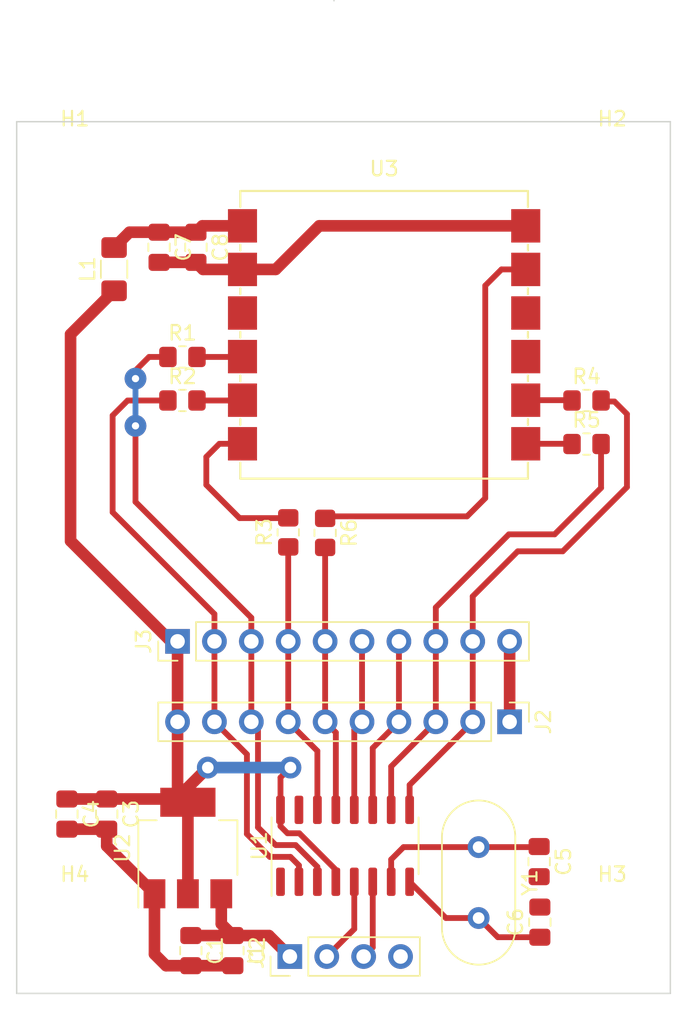
<source format=kicad_pcb>
(kicad_pcb (version 20221018) (generator pcbnew)
  (layers (0 "F.Cu" signal) (31 "B.Cu" signal) (34 "B.Paste" user) (35 "F.Paste" user) (36 "B.SilkS" user "B.Silkscreen") (37 "F.SilkS" user "F.Silkscreen") (38 "B.Mask" user) (39 "F.Mask" user) (44 "Edge.Cuts" user))
  (net 0 "")
  (net 1 "Net-(J1-Pin_1)")
  (net 2 "GND")
  (net 3 "Net-(J2-Pin_10)")
  (net 4 "Net-(U1-XI)")
  (net 5 "Net-(U1-XO)")
  (net 6 "Net-(U3-VCC)")
  (net 7 "Net-(J1-Pin_2)")
  (net 8 "Net-(J1-Pin_3)")
  (net 9 "Net-(J2-Pin_2)")
  (net 10 "Net-(J2-Pin_3)")
  (net 11 "Net-(J2-Pin_4)")
  (net 12 "Net-(J2-Pin_5)")
  (net 13 "Net-(J2-Pin_6)")
  (net 14 "Net-(J2-Pin_7)")
  (net 15 "Net-(J2-Pin_8)")
  (net 16 "Net-(J2-Pin_9)")
  (net 17 "Net-(U3-TX0)")
  (net 18 "Net-(U3-RX0)")
  (net 19 "Net-(U3-ENABLE)")
  (net 20 "Net-(U3-3D-FIX)")
  (net 21 "Net-(U3-1PPS)")
  (net 22 "Net-(U3-NRESET)")
  (footprint "Resistor_SMD:R_0805_2012Metric_Pad1.20x1.40mm_HandSolder" (layer "F.Cu") (at 118.6944 118.266 90)
    (fp_text reference "R3" (at 0 -1.65 90) (layer "F.SilkS"))
    (fp_text value "270")
    (fp_line (start -0.227064 -0.735) (end 0.227064 -0.735) (stroke (width 0.12)) (layer "F.SilkS"))
    (fp_line (start -0.227064 0.735) (end 0.227064 0.735) (stroke (width 0.12)) (layer "F.SilkS"))
    (pad "1" smd roundrect (at -1 0 90) (size 1.2 1.4) (layers "F.Cu" "F.Paste" "F.Mask") (roundrect_rratio 0.208333) (net 14 "Net-(J2-Pin_7)"))
    (pad "2" smd roundrect (at 1 0 90) (size 1.2 1.4) (layers "F.Cu" "F.Paste" "F.Mask") (roundrect_rratio 0.208333) (net 19 "Net-(U3-ENABLE)"))
  )
  (footprint "Capacitor_SMD:C_0805_2012Metric_Pad1.18x1.45mm_HandSolder" (layer "F.Cu") (at 111.9888 147.0536 -90)
    (fp_text reference "C1" (at 0 -1.68 90) (layer "F.SilkS"))
    (fp_text value "100n")
    (fp_line (start -0.261252 -0.735) (end 0.261252 -0.735) (stroke (width 0.12)) (layer "F.SilkS"))
    (fp_line (start -0.261252 0.735) (end 0.261252 0.735) (stroke (width 0.12)) (layer "F.SilkS"))
    (pad "1" smd roundrect (at -1.0375 0 270) (size 1.175 1.45) (layers "F.Cu" "F.Paste" "F.Mask") (roundrect_rratio 0.212766) (net 1 "Net-(J1-Pin_1)"))
    (pad "2" smd roundrect (at 1.0375 0 270) (size 1.175 1.45) (layers "F.Cu" "F.Paste" "F.Mask") (roundrect_rratio 0.212766) (net 2 "GND"))
  )
  (footprint "Resistor_SMD:R_0805_2012Metric_Pad1.20x1.40mm_HandSolder" (layer "F.Cu") (at 139.23 109.1892)
    (fp_text reference "R4" (at 0 -1.65) (layer "F.SilkS"))
    (fp_text value "270")
    (fp_line (start -0.227064 -0.735) (end 0.227064 -0.735) (stroke (width 0.12)) (layer "F.SilkS"))
    (fp_line (start -0.227064 0.735) (end 0.227064 0.735) (stroke (width 0.12)) (layer "F.SilkS"))
    (pad "1" smd roundrect (at -1 0) (size 1.2 1.4) (layers "F.Cu" "F.Paste" "F.Mask") (roundrect_rratio 0.208333) (net 20 "Net-(U3-3D-FIX)"))
    (pad "2" smd roundrect (at 1 0) (size 1.2 1.4) (layers "F.Cu" "F.Paste" "F.Mask") (roundrect_rratio 0.208333) (net 9 "Net-(J2-Pin_2)"))
  )
  (footprint "Resistor_SMD:R_0805_2012Metric_Pad1.20x1.40mm_HandSolder" (layer "F.Cu") (at 139.23 112.1864)
    (fp_text reference "R5" (at 0 -1.65) (layer "F.SilkS"))
    (fp_text value "270")
    (fp_line (start -0.227064 -0.735) (end 0.227064 -0.735) (stroke (width 0.12)) (layer "F.SilkS"))
    (fp_line (start -0.227064 0.735) (end 0.227064 0.735) (stroke (width 0.12)) (layer "F.SilkS"))
    (pad "1" smd roundrect (at -1 0) (size 1.2 1.4) (layers "F.Cu" "F.Paste" "F.Mask") (roundrect_rratio 0.208333) (net 21 "Net-(U3-1PPS)"))
    (pad "2" smd roundrect (at 1 0) (size 1.2 1.4) (layers "F.Cu" "F.Paste" "F.Mask") (roundrect_rratio 0.208333) (net 10 "Net-(J2-Pin_3)"))
  )
  (footprint "Package_TO_SOT_SMD:SOT-223-3_TabPin2" (layer "F.Cu") (at 111.7856 139.9924 90)
    (fp_text reference "U2" (at 0 -4.5 90) (layer "F.SilkS"))
    (fp_text value "AMS1117CS-3.3")
    (fp_line (start -4.1 -3.41) (end 1.91 -3.41) (stroke (width 0.12)) (layer "F.SilkS"))
    (fp_line (start -1.85 3.41) (end 1.91 3.41) (stroke (width 0.12)) (layer "F.SilkS"))
    (fp_line (start 1.91 -3.41) (end 1.91 -2.15) (stroke (width 0.12)) (layer "F.SilkS"))
    (fp_line (start 1.91 3.41) (end 1.91 2.15) (stroke (width 0.12)) (layer "F.SilkS"))
    (pad "1" smd rect (at -3.15 -2.3 90) (size 2 1.5) (layers "F.Cu" "F.Paste" "F.Mask") (net 2 "GND"))
    (pad "2" smd rect (at -3.15 0 90) (size 2 1.5) (layers "F.Cu" "F.Paste" "F.Mask") (net 3 "Net-(J2-Pin_10)"))
    (pad "2" smd rect (at 3.15 0 90) (size 2 3.8) (layers "F.Cu" "F.Paste" "F.Mask") (net 3 "Net-(J2-Pin_10)"))
    (pad "3" smd rect (at -3.15 2.3 90) (size 2 1.5) (layers "F.Cu" "F.Paste" "F.Mask") (net 1 "Net-(J1-Pin_1)"))
  )
  (footprint "Resistor_SMD:R_0805_2012Metric_Pad1.20x1.40mm_HandSolder" (layer "F.Cu") (at 111.4104 109.1892)
    (fp_text reference "R2" (at 0 -1.65) (layer "F.SilkS"))
    (fp_text value "270")
    (fp_line (start -0.227064 -0.735) (end 0.227064 -0.735) (stroke (width 0.12)) (layer "F.SilkS"))
    (fp_line (start -0.227064 0.735) (end 0.227064 0.735) (stroke (width 0.12)) (layer "F.SilkS"))
    (pad "1" smd roundrect (at -1 0) (size 1.2 1.4) (layers "F.Cu" "F.Paste" "F.Mask") (roundrect_rratio 0.208333) (net 16 "Net-(J2-Pin_9)"))
    (pad "2" smd roundrect (at 1 0) (size 1.2 1.4) (layers "F.Cu" "F.Paste" "F.Mask") (roundrect_rratio 0.208333) (net 18 "Net-(U3-RX0)"))
  )
  (footprint "MountingHole:MountingHole_3.2mm_M3" (layer "F.Cu") (at 141 146)
    (fp_text reference "H3" (at 0 -4.2) (layer "F.SilkS"))
    (fp_text value "MountingHole")
    (pad "" np_thru_hole circle (at 0 0) (size 3.2 3.2) (drill 3.2) (layers "*.Cu" "*.Mask"))
  )
  (footprint "Connector_PinHeader_2.54mm:PinHeader_1x10_P2.54mm_Vertical" (layer "F.Cu") (at 133.9344 131.3056 -90)
    (fp_text reference "J2" (at 0 -2.33 90) (layer "F.SilkS"))
    (fp_text value "Conn_01x10")
    (fp_line (start -1.33 -1.33) (end 0 -1.33) (stroke (width 0.12)) (layer "F.SilkS"))
    (fp_line (start -1.33 0) (end -1.33 -1.33) (stroke (width 0.12)) (layer "F.SilkS"))
    (fp_line (start -1.33 1.27) (end -1.33 24.19) (stroke (width 0.12)) (layer "F.SilkS"))
    (fp_line (start -1.33 1.27) (end 1.33 1.27) (stroke (width 0.12)) (layer "F.SilkS"))
    (fp_line (start -1.33 24.19) (end 1.33 24.19) (stroke (width 0.12)) (layer "F.SilkS"))
    (fp_line (start 1.33 1.27) (end 1.33 24.19) (stroke (width 0.12)) (layer "F.SilkS"))
    (pad "1" thru_hole rect (at 0 0 270) (size 1.7 1.7) (drill 1) (layers "*.Cu" "*.Mask") (net 2 "GND"))
    (pad "2" thru_hole oval (at 0 2.54 270) (size 1.7 1.7) (drill 1) (layers "*.Cu" "*.Mask") (net 9 "Net-(J2-Pin_2)"))
    (pad "3" thru_hole oval (at 0 5.08 270) (size 1.7 1.7) (drill 1) (layers "*.Cu" "*.Mask") (net 10 "Net-(J2-Pin_3)"))
    (pad "4" thru_hole oval (at 0 7.62 270) (size 1.7 1.7) (drill 1) (layers "*.Cu" "*.Mask") (net 11 "Net-(J2-Pin_4)"))
    (pad "5" thru_hole oval (at 0 10.16 270) (size 1.7 1.7) (drill 1) (layers "*.Cu" "*.Mask") (net 12 "Net-(J2-Pin_5)"))
    (pad "6" thru_hole oval (at 0 12.7 270) (size 1.7 1.7) (drill 1) (layers "*.Cu" "*.Mask") (net 13 "Net-(J2-Pin_6)"))
    (pad "7" thru_hole oval (at 0 15.24 270) (size 1.7 1.7) (drill 1) (layers "*.Cu" "*.Mask") (net 14 "Net-(J2-Pin_7)"))
    (pad "8" thru_hole oval (at 0 17.78 270) (size 1.7 1.7) (drill 1) (layers "*.Cu" "*.Mask") (net 15 "Net-(J2-Pin_8)"))
    (pad "9" thru_hole oval (at 0 20.32 270) (size 1.7 1.7) (drill 1) (layers "*.Cu" "*.Mask") (net 16 "Net-(J2-Pin_9)"))
    (pad "10" thru_hole oval (at 0 22.86 270) (size 1.7 1.7) (drill 1) (layers "*.Cu" "*.Mask") (net 3 "Net-(J2-Pin_10)"))
  )
  (footprint "Resistor_SMD:R_0805_2012Metric_Pad1.20x1.40mm_HandSolder" (layer "F.Cu") (at 121.2344 118.3008 -90)
    (fp_text reference "R6" (at 0 -1.65 90) (layer "F.SilkS"))
    (fp_text value "270")
    (fp_line (start -0.227064 -0.735) (end 0.227064 -0.735) (stroke (width 0.12)) (layer "F.SilkS"))
    (fp_line (start -0.227064 0.735) (end 0.227064 0.735) (stroke (width 0.12)) (layer "F.SilkS"))
    (pad "1" smd roundrect (at -1 0 270) (size 1.2 1.4) (layers "F.Cu" "F.Paste" "F.Mask") (roundrect_rratio 0.208333) (net 22 "Net-(U3-NRESET)"))
    (pad "2" smd roundrect (at 1 0 270) (size 1.2 1.4) (layers "F.Cu" "F.Paste" "F.Mask") (roundrect_rratio 0.208333) (net 13 "Net-(J2-Pin_6)"))
  )
  (footprint "MountingHole:MountingHole_3.2mm_M3" (layer "F.Cu") (at 104 94)
    (fp_text reference "H1" (at 0 -4.2) (layer "F.SilkS"))
    (fp_text value "MountingHole")
    (pad "" np_thru_hole circle (at 0 0) (size 3.2 3.2) (drill 3.2) (layers "*.Cu" "*.Mask"))
  )
  (footprint "Capacitor_SMD:C_0805_2012Metric_Pad1.18x1.45mm_HandSolder" (layer "F.Cu") (at 114.8844 147.0536 -90)
    (fp_text reference "C2" (at 0 -1.68 90) (layer "F.SilkS"))
    (fp_text value "10u")
    (fp_line (start -0.261252 -0.735) (end 0.261252 -0.735) (stroke (width 0.12)) (layer "F.SilkS"))
    (fp_line (start -0.261252 0.735) (end 0.261252 0.735) (stroke (width 0.12)) (layer "F.SilkS"))
    (pad "1" smd roundrect (at -1.0375 0 270) (size 1.175 1.45) (layers "F.Cu" "F.Paste" "F.Mask") (roundrect_rratio 0.212766) (net 1 "Net-(J1-Pin_1)"))
    (pad "2" smd roundrect (at 1.0375 0 270) (size 1.175 1.45) (layers "F.Cu" "F.Paste" "F.Mask") (roundrect_rratio 0.212766) (net 2 "GND"))
  )
  (footprint "Crystal:Crystal_HC49-U_Vertical" (layer "F.Cu") (at 131.8008 139.93 -90)
    (fp_text reference "Y1" (at 2.44 -3.525 90) (layer "F.SilkS"))
    (fp_text value "Crystal")
    (fp_line (start -0.685 -2.525) (end 5.565 -2.525) (stroke (width 0.12)) (layer "F.SilkS"))
    (fp_line (start -0.685 2.525) (end 5.565 2.525) (stroke (width 0.12)) (layer "F.SilkS"))
    (fp_arc (start -0.685 2.525) (mid -3.21 0) (end -0.685 -2.525) (stroke (width 0.12)) (layer "F.SilkS"))
    (fp_arc (start 5.565 -2.525) (mid 8.09 0) (end 5.565 2.525) (stroke (width 0.12)) (layer "F.SilkS"))
    (pad "1" thru_hole circle (at 0 0 270) (size 1.5 1.5) (drill 0.8) (layers "*.Cu" "*.Mask") (net 4 "Net-(U1-XI)"))
    (pad "2" thru_hole circle (at 4.88 0 270) (size 1.5 1.5) (drill 0.8) (layers "*.Cu" "*.Mask") (net 5 "Net-(U1-XO)"))
  )
  (footprint "Zombie_foot:Gms-g9_GNSS_Module" (layer "F.Cu") (at 125.2948 104.668)
    (fp_text reference "U3" (at 0 -11.43) (layer "F.SilkS"))
    (fp_text value "Gms-g9_GNSS_Module")
    (fp_line (start -9.9 -9.9) (end -9.9 -8.8) (stroke (width 0.15)) (layer "F.SilkS"))
    (fp_line (start -9.9 -5.8) (end -9.9 -6.2) (stroke (width 0.15)) (layer "F.SilkS"))
    (fp_line (start -9.9 -2.8) (end -9.9 -3.2) (stroke (width 0.15)) (layer "F.SilkS"))
    (fp_line (start -9.9 0.2) (end -9.9 -0.2) (stroke (width 0.15)) (layer "F.SilkS"))
    (fp_line (start -9.9 2.8) (end -9.9 3.2) (stroke (width 0.15)) (layer "F.SilkS"))
    (fp_line (start -9.9 5.8) (end -9.9 6.2) (stroke (width 0.15)) (layer "F.SilkS"))
    (fp_line (start -9.9 8.8) (end -9.9 9.9) (stroke (width 0.15)) (layer "F.SilkS"))
    (fp_line (start -9.9 9.9) (end 9.9 9.9) (stroke (width 0.15)) (layer "F.SilkS"))
    (fp_line (start 9.9 -9.9) (end -9.9 -9.9) (stroke (width 0.15)) (layer "F.SilkS"))
    (fp_line (start 9.9 -8.8) (end 9.9 -9.9) (stroke (width 0.15)) (layer "F.SilkS"))
    (fp_line (start 9.9 -6.2) (end 9.9 -5.8) (stroke (width 0.15)) (layer "F.SilkS"))
    (fp_line (start 9.9 -3.2) (end 9.9 -2.8) (stroke (width 0.15)) (layer "F.SilkS"))
    (fp_line (start 9.9 -0.2) (end 9.9 0.2) (stroke (width 0.15)) (layer "F.SilkS"))
    (fp_line (start 9.9 2.8) (end 9.9 3.2) (stroke (width 0.15)) (layer "F.SilkS"))
    (fp_line (start 9.9 5.8) (end 9.9 6.2) (stroke (width 0.15)) (layer "F.SilkS"))
    (fp_line (start 9.9 9.9) (end 9.9 8.8) (stroke (width 0.15)) (layer "F.SilkS"))
    (pad "" np_thru_hole circle (at 0.85 -0.9) (size 3 3) (drill 3) (layers "*.Cu" "*.Mask"))
    (pad "1" smd rect (at -9.75 -7.5) (size 2 2.3) (layers "F.Cu" "F.Paste" "F.Mask") (net 6 "Net-(U3-VCC)"))
    (pad "2" smd rect (at -9.75 -4.5) (size 2 2.3) (layers "F.Cu" "F.Paste" "F.Mask") (net 2 "GND"))
    (pad "3" smd rect (at -9.75 -1.5) (size 2 2.3) (layers "F.Cu" "F.Paste" "F.Mask"))
    (pad "4" smd rect (at -9.75 1.5) (size 2 2.3) (layers "F.Cu" "F.Paste" "F.Mask") (net 17 "Net-(U3-TX0)"))
    (pad "5" smd rect (at -9.75 4.5) (size 2 2.3) (layers "F.Cu" "F.Paste" "F.Mask") (net 18 "Net-(U3-RX0)"))
    (pad "6" smd rect (at -9.75 7.5) (size 2 2.3) (layers "F.Cu" "F.Paste" "F.Mask") (net 19 "Net-(U3-ENABLE)"))
    (pad "7" smd rect (at 9.75 7.5) (size 2 2.3) (layers "F.Cu" "F.Paste" "F.Mask") (net 21 "Net-(U3-1PPS)"))
    (pad "8" smd rect (at 9.75 4.5) (size 2 2.3) (layers "F.Cu" "F.Paste" "F.Mask") (net 20 "Net-(U3-3D-FIX)"))
    (pad "9" smd rect (at 9.75 1.5) (size 2 2.3) (layers "F.Cu" "F.Paste" "F.Mask"))
    (pad "10" smd rect (at 9.75 -1.5) (size 2 2.3) (layers "F.Cu" "F.Paste" "F.Mask"))
    (pad "11" smd rect (at 9.75 -4.5) (size 2 2.3) (layers "F.Cu" "F.Paste" "F.Mask") (net 22 "Net-(U3-NRESET)"))
    (pad "12" smd rect (at 9.75 -7.5) (size 2 2.3) (layers "F.Cu" "F.Paste" "F.Mask") (net 2 "GND"))
  )
  (footprint "Capacitor_SMD:C_0805_2012Metric_Pad1.18x1.45mm_HandSolder" (layer "F.Cu") (at 136.0172 145.0939 90)
    (fp_text reference "C6" (at 0 -1.68 90) (layer "F.SilkS"))
    (fp_text value "49p")
    (fp_line (start -0.261252 -0.735) (end 0.261252 -0.735) (stroke (width 0.12)) (layer "F.SilkS"))
    (fp_line (start -0.261252 0.735) (end 0.261252 0.735) (stroke (width 0.12)) (layer "F.SilkS"))
    (pad "1" smd roundrect (at -1.0375 0 90) (size 1.175 1.45) (layers "F.Cu" "F.Paste" "F.Mask") (roundrect_rratio 0.212766) (net 5 "Net-(U1-XO)"))
    (pad "2" smd roundrect (at 1.0375 0 90) (size 1.175 1.45) (layers "F.Cu" "F.Paste" "F.Mask") (roundrect_rratio 0.212766) (net 2 "GND"))
  )
  (footprint "Resistor_SMD:R_0805_2012Metric_Pad1.20x1.40mm_HandSolder" (layer "F.Cu") (at 111.4104 106.192)
    (fp_text reference "R1" (at 0 -1.65) (layer "F.SilkS"))
    (fp_text value "270")
    (fp_line (start -0.227064 -0.735) (end 0.227064 -0.735) (stroke (width 0.12)) (layer "F.SilkS"))
    (fp_line (start -0.227064 0.735) (end 0.227064 0.735) (stroke (width 0.12)) (layer "F.SilkS"))
    (pad "1" smd roundrect (at -1 0) (size 1.2 1.4) (layers "F.Cu" "F.Paste" "F.Mask") (roundrect_rratio 0.208333) (net 15 "Net-(J2-Pin_8)"))
    (pad "2" smd roundrect (at 1 0) (size 1.2 1.4) (layers "F.Cu" "F.Paste" "F.Mask") (roundrect_rratio 0.208333) (net 17 "Net-(U3-TX0)"))
  )
  (footprint "Inductor_SMD:L_1206_3216Metric_Pad1.42x1.75mm_HandSolder" (layer "F.Cu") (at 106.7056 100.1509 90)
    (fp_text reference "L1" (at 0 -1.82 90) (layer "F.SilkS"))
    (fp_text value "L")
    (fp_line (start -0.602064 -0.91) (end 0.602064 -0.91) (stroke (width 0.12)) (layer "F.SilkS"))
    (fp_line (start -0.602064 0.91) (end 0.602064 0.91) (stroke (width 0.12)) (layer "F.SilkS"))
    (pad "1" smd roundrect (at -1.4875 0 90) (size 1.425 1.75) (layers "F.Cu" "F.Paste" "F.Mask") (roundrect_rratio 0.175439) (net 3 "Net-(J2-Pin_10)"))
    (pad "2" smd roundrect (at 1.4875 0 90) (size 1.425 1.75) (layers "F.Cu" "F.Paste" "F.Mask") (roundrect_rratio 0.175439) (net 6 "Net-(U3-VCC)"))
  )
  (footprint "MountingHole:MountingHole_3.2mm_M3" (layer "F.Cu") (at 141 94)
    (fp_text reference "H2" (at 0 -4.2) (layer "F.SilkS"))
    (fp_text value "MountingHole")
    (pad "" np_thru_hole circle (at 0 0) (size 3.2 3.2) (drill 3.2) (layers "*.Cu" "*.Mask"))
  )
  (footprint "Package_SO:SOIC-16_3.9x9.9mm_P1.27mm" (layer "F.Cu") (at 122.606 139.84 90)
    (fp_text reference "U1" (at 0 -5.9 90) (layer "F.SilkS"))
    (fp_text value "CH340G")
    (fp_line (start 0 -5.06) (end -3.45 -5.06) (stroke (width 0.12)) (layer "F.SilkS"))
    (fp_line (start 0 -5.06) (end 1.95 -5.06) (stroke (width 0.12)) (layer "F.SilkS"))
    (fp_line (start 0 5.06) (end -1.95 5.06) (stroke (width 0.12)) (layer "F.SilkS"))
    (fp_line (start 0 5.06) (end 1.95 5.06) (stroke (width 0.12)) (layer "F.SilkS"))
    (pad "1" smd roundrect (at -2.475 -4.445 90) (size 1.95 0.6) (layers "F.Cu" "F.Paste" "F.Mask") (net 2 "GND"))
    (pad "2" smd roundrect (at -2.475 -3.175 90) (size 1.95 0.6) (layers "F.Cu" "F.Paste" "F.Mask") (net 16 "Net-(J2-Pin_9)"))
    (pad "3" smd roundrect (at -2.475 -1.905 90) (size 1.95 0.6) (layers "F.Cu" "F.Paste" "F.Mask") (net 15 "Net-(J2-Pin_8)"))
    (pad "4" smd roundrect (at -2.475 -0.635 90) (size 1.95 0.6) (layers "F.Cu" "F.Paste" "F.Mask") (net 3 "Net-(J2-Pin_10)"))
    (pad "5" smd roundrect (at -2.475 0.635 90) (size 1.95 0.6) (layers "F.Cu" "F.Paste" "F.Mask") (net 7 "Net-(J1-Pin_2)"))
    (pad "6" smd roundrect (at -2.475 1.905 90) (size 1.95 0.6) (layers "F.Cu" "F.Paste" "F.Mask") (net 8 "Net-(J1-Pin_3)"))
    (pad "7" smd roundrect (at -2.475 3.175 90) (size 1.95 0.6) (layers "F.Cu" "F.Paste" "F.Mask") (net 4 "Net-(U1-XI)"))
    (pad "8" smd roundrect (at -2.475 4.445 90) (size 1.95 0.6) (layers "F.Cu" "F.Paste" "F.Mask") (net 5 "Net-(U1-XO)"))
    (pad "9" smd roundrect (at 2.475 4.445 90) (size 1.95 0.6) (layers "F.Cu" "F.Paste" "F.Mask") (net 9 "Net-(J2-Pin_2)"))
    (pad "10" smd roundrect (at 2.475 3.175 90) (size 1.95 0.6) (layers "F.Cu" "F.Paste" "F.Mask") (net 10 "Net-(J2-Pin_3)"))
    (pad "11" smd roundrect (at 2.475 1.905 90) (size 1.95 0.6) (layers "F.Cu" "F.Paste" "F.Mask") (net 11 "Net-(J2-Pin_4)"))
    (pad "12" smd roundrect (at 2.475 0.635 90) (size 1.95 0.6) (layers "F.Cu" "F.Paste" "F.Mask") (net 12 "Net-(J2-Pin_5)"))
    (pad "13" smd roundrect (at 2.475 -0.635 90) (size 1.95 0.6) (layers "F.Cu" "F.Paste" "F.Mask") (net 13 "Net-(J2-Pin_6)"))
    (pad "14" smd roundrect (at 2.475 -1.905 90) (size 1.95 0.6) (layers "F.Cu" "F.Paste" "F.Mask") (net 14 "Net-(J2-Pin_7)"))
    (pad "15" smd roundrect (at 2.475 -3.175 90) (size 1.95 0.6) (layers "F.Cu" "F.Paste" "F.Mask"))
    (pad "16" smd roundrect (at 2.475 -4.445 90) (size 1.95 0.6) (layers "F.Cu" "F.Paste" "F.Mask") (net 3 "Net-(J2-Pin_10)"))
  )
  (footprint "Capacitor_SMD:C_0805_2012Metric_Pad1.18x1.45mm_HandSolder" (layer "F.Cu") (at 112.3408 98.6443 -90)
    (fp_text reference "C8" (at 0 -1.68 90) (layer "F.SilkS"))
    (fp_text value "100n")
    (fp_line (start -0.261252 -0.735) (end 0.261252 -0.735) (stroke (width 0.12)) (layer "F.SilkS"))
    (fp_line (start -0.261252 0.735) (end 0.261252 0.735) (stroke (width 0.12)) (layer "F.SilkS"))
    (pad "1" smd roundrect (at -1.0375 0 270) (size 1.175 1.45) (layers "F.Cu" "F.Paste" "F.Mask") (roundrect_rratio 0.212766) (net 6 "Net-(U3-VCC)"))
    (pad "2" smd roundrect (at 1.0375 0 270) (size 1.175 1.45) (layers "F.Cu" "F.Paste" "F.Mask") (roundrect_rratio 0.212766) (net 2 "GND"))
  )
  (footprint "MountingHole:MountingHole_3.2mm_M3" (layer "F.Cu") (at 104 146)
    (fp_text reference "H4" (at 0 -4.2) (layer "F.SilkS"))
    (fp_text value "MountingHole")
    (pad "" np_thru_hole circle (at 0 0) (size 3.2 3.2) (drill 3.2) (layers "*.Cu" "*.Mask"))
  )
  (footprint "Capacitor_SMD:C_0805_2012Metric_Pad1.18x1.45mm_HandSolder" (layer "F.Cu") (at 103.4544 137.6556 -90)
    (fp_text reference "C4" (at 0 -1.68 90) (layer "F.SilkS"))
    (fp_text value "100n")
    (fp_line (start -0.261252 -0.735) (end 0.261252 -0.735) (stroke (width 0.12)) (layer "F.SilkS"))
    (fp_line (start -0.261252 0.735) (end 0.261252 0.735) (stroke (width 0.12)) (layer "F.SilkS"))
    (pad "1" smd roundrect (at -1.0375 0 270) (size 1.175 1.45) (layers "F.Cu" "F.Paste" "F.Mask") (roundrect_rratio 0.212766) (net 3 "Net-(J2-Pin_10)"))
    (pad "2" smd roundrect (at 1.0375 0 270) (size 1.175 1.45) (layers "F.Cu" "F.Paste" "F.Mask") (roundrect_rratio 0.212766) (net 2 "GND"))
  )
  (footprint "Capacitor_SMD:C_0805_2012Metric_Pad1.18x1.45mm_HandSolder" (layer "F.Cu") (at 109.8008 98.6443 -90)
    (fp_text reference "C7" (at 0 -1.68 90) (layer "F.SilkS"))
    (fp_text value "1u")
    (fp_line (start -0.261252 -0.735) (end 0.261252 -0.735) (stroke (width 0.12)) (layer "F.SilkS"))
    (fp_line (start -0.261252 0.735) (end 0.261252 0.735) (stroke (width 0.12)) (layer "F.SilkS"))
    (pad "1" smd roundrect (at -1.0375 0 270) (size 1.175 1.45) (layers "F.Cu" "F.Paste" "F.Mask") (roundrect_rratio 0.212766) (net 6 "Net-(U3-VCC)"))
    (pad "2" smd roundrect (at 1.0375 0 270) (size 1.175 1.45) (layers "F.Cu" "F.Paste" "F.Mask") (roundrect_rratio 0.212766) (net 2 "GND"))
  )
  (footprint "Capacitor_SMD:C_0805_2012Metric_Pad1.18x1.45mm_HandSolder" (layer "F.Cu") (at 135.9664 140.9283 -90)
    (fp_text reference "C5" (at 0 -1.68 90) (layer "F.SilkS"))
    (fp_text value "47p")
    (fp_line (start -0.261252 -0.735) (end 0.261252 -0.735) (stroke (width 0.12)) (layer "F.SilkS"))
    (fp_line (start -0.261252 0.735) (end 0.261252 0.735) (stroke (width 0.12)) (layer "F.SilkS"))
    (pad "1" smd roundrect (at -1.0375 0 270) (size 1.175 1.45) (layers "F.Cu" "F.Paste" "F.Mask") (roundrect_rratio 0.212766) (net 4 "Net-(U1-XI)"))
    (pad "2" smd roundrect (at 1.0375 0 270) (size 1.175 1.45) (layers "F.Cu" "F.Paste" "F.Mask") (roundrect_rratio 0.212766) (net 2 "GND"))
  )
  (footprint "Connector_PinHeader_2.54mm:PinHeader_1x10_P2.54mm_Vertical" (layer "F.Cu") (at 111.0744 125.7684 90)
    (fp_text reference "J3" (at 0 -2.33 90) (layer "F.SilkS"))
    (fp_text value "Conn_01x10")
    (fp_line (start -1.33 -1.33) (end 0 -1.33) (stroke (width 0.12)) (layer "F.SilkS"))
    (fp_line (start -1.33 0) (end -1.33 -1.33) (stroke (width 0.12)) (layer "F.SilkS"))
    (fp_line (start -1.33 1.27) (end -1.33 24.19) (stroke (width 0.12)) (layer "F.SilkS"))
    (fp_line (start -1.33 1.27) (end 1.33 1.27) (stroke (width 0.12)) (layer "F.SilkS"))
    (fp_line (start -1.33 24.19) (end 1.33 24.19) (stroke (width 0.12)) (layer "F.SilkS"))
    (fp_line (start 1.33 1.27) (end 1.33 24.19) (stroke (width 0.12)) (layer "F.SilkS"))
    (pad "1" thru_hole rect (at 0 0 90) (size 1.7 1.7) (drill 1) (layers "*.Cu" "*.Mask") (net 3 "Net-(J2-Pin_10)"))
    (pad "2" thru_hole oval (at 0 2.54 90) (size 1.7 1.7) (drill 1) (layers "*.Cu" "*.Mask") (net 16 "Net-(J2-Pin_9)"))
    (pad "3" thru_hole oval (at 0 5.08 90) (size 1.7 1.7) (drill 1) (layers "*.Cu" "*.Mask") (net 15 "Net-(J2-Pin_8)"))
    (pad "4" thru_hole oval (at 0 7.62 90) (size 1.7 1.7) (drill 1) (layers "*.Cu" "*.Mask") (net 14 "Net-(J2-Pin_7)"))
    (pad "5" thru_hole oval (at 0 10.16 90) (size 1.7 1.7) (drill 1) (layers "*.Cu" "*.Mask") (net 13 "Net-(J2-Pin_6)"))
    (pad "6" thru_hole oval (at 0 12.7 90) (size 1.7 1.7) (drill 1) (layers "*.Cu" "*.Mask") (net 12 "Net-(J2-Pin_5)"))
    (pad "7" thru_hole oval (at 0 15.24 90) (size 1.7 1.7) (drill 1) (layers "*.Cu" "*.Mask") (net 11 "Net-(J2-Pin_4)"))
    (pad "8" thru_hole oval (at 0 17.78 90) (size 1.7 1.7) (drill 1) (layers "*.Cu" "*.Mask") (net 10 "Net-(J2-Pin_3)"))
    (pad "9" thru_hole oval (at 0 20.32 90) (size 1.7 1.7) (drill 1) (layers "*.Cu" "*.Mask") (net 9 "Net-(J2-Pin_2)"))
    (pad "10" thru_hole oval (at 0 22.86 90) (size 1.7 1.7) (drill 1) (layers "*.Cu" "*.Mask") (net 2 "GND"))
  )
  (footprint "Capacitor_SMD:C_0805_2012Metric_Pad1.18x1.45mm_HandSolder" (layer "F.Cu") (at 106.1976 137.6556 -90)
    (fp_text reference "C3" (at 0 -1.68 90) (layer "F.SilkS"))
    (fp_text value "10u")
    (fp_line (start -0.261252 -0.735) (end 0.261252 -0.735) (stroke (width 0.12)) (layer "F.SilkS"))
    (fp_line (start -0.261252 0.735) (end 0.261252 0.735) (stroke (width 0.12)) (layer "F.SilkS"))
    (pad "1" smd roundrect (at -1.0375 0 270) (size 1.175 1.45) (layers "F.Cu" "F.Paste" "F.Mask") (roundrect_rratio 0.212766) (net 3 "Net-(J2-Pin_10)"))
    (pad "2" smd roundrect (at 1.0375 0 270) (size 1.175 1.45) (layers "F.Cu" "F.Paste" "F.Mask") (roundrect_rratio 0.212766) (net 2 "GND"))
  )
  (footprint "Connector_PinHeader_2.54mm:PinHeader_1x04_P2.54mm_Vertical" (layer "F.Cu") (at 118.806 147.46 90)
    (fp_text reference "J1" (at 0 -2.33 90) (layer "F.SilkS"))
    (fp_text value "Conn_01x04")
    (fp_line (start -1.33 -1.33) (end 0 -1.33) (stroke (width 0.12)) (layer "F.SilkS"))
    (fp_line (start -1.33 0) (end -1.33 -1.33) (stroke (width 0.12)) (layer "F.SilkS"))
    (fp_line (start -1.33 1.27) (end -1.33 8.95) (stroke (width 0.12)) (layer "F.SilkS"))
    (fp_line (start -1.33 1.27) (end 1.33 1.27) (stroke (width 0.12)) (layer "F.SilkS"))
    (fp_line (start -1.33 8.95) (end 1.33 8.95) (stroke (width 0.12)) (layer "F.SilkS"))
    (fp_line (start 1.33 1.27) (end 1.33 8.95) (stroke (width 0.12)) (layer "F.SilkS"))
    (pad "1" thru_hole rect (at 0 0 90) (size 1.7 1.7) (drill 1) (layers "*.Cu" "*.Mask") (net 1 "Net-(J1-Pin_1)"))
    (pad "2" thru_hole oval (at 0 2.54 90) (size 1.7 1.7) (drill 1) (layers "*.Cu" "*.Mask") (net 7 "Net-(J1-Pin_2)"))
    (pad "3" thru_hole oval (at 0 5.08 90) (size 1.7 1.7) (drill 1) (layers "*.Cu" "*.Mask") (net 8 "Net-(J1-Pin_3)"))
    (pad "4" thru_hole oval (at 0 7.62 90) (size 1.7 1.7) (drill 1) (layers "*.Cu" "*.Mask") (net 2 "GND"))
  )
  (gr_line (start 121.844 81.674) (end 121.844 81.674) (stroke (width 0.1)) (layer "Edge.Cuts"))
  (gr_line (start 145 90) (end 100 90) (stroke (width 0.1)) (layer "Edge.Cuts"))
  (gr_line (start 145 150) (end 145 90) (stroke (width 0.1)) (layer "Edge.Cuts"))
  (gr_line (start 100 90) (end 100 150) (stroke (width 0.1)) (layer "Edge.Cuts"))
  (gr_line (start 100 150) (end 145 150) (stroke (width 0.1)) (layer "Edge.Cuts"))
  (segment (start 117.3621 146.0161) (end 114.8844 146.0161) (width 0.8) (layer "F.Cu") (net 1))
  (segment (start 114.0856 145.2173) (end 114.8844 146.0161) (width 0.8) (layer "F.Cu") (net 1))
  (segment (start 114.8844 146.0161) (end 111.9888 146.0161) (width 0.8) (layer "F.Cu") (net 1))
  (segment (start 114.0856 143.1424) (end 114.0856 145.2173) (width 0.8) (layer "F.Cu") (net 1))
  (segment (start 118.806 147.46) (end 117.3621 146.0161) (width 0.8) (layer "F.Cu") (net 1))
  (segment (start 112.827 100.168) (end 112.3408 99.6818) (width 0.8) (layer "F.Cu") (net 2))
  (segment (start 135.0448 97.168) (end 120.828 97.168) (width 0.8) (layer "F.Cu") (net 2))
  (segment (start 103.4544 138.6931) (end 106.1976 138.6931) (width 0.8) (layer "F.Cu") (net 2))
  (segment (start 112.3408 99.6818) (end 109.8008 99.6818) (width 0.8) (layer "F.Cu") (net 2))
  (segment (start 106.1976 139.8544) (end 109.4856 143.1424) (width 0.8) (layer "F.Cu") (net 2))
  (segment (start 115.5448 100.168) (end 112.827 100.168) (width 0.8) (layer "F.Cu") (net 2))
  (segment (start 110.2831 148.0911) (end 111.9888 148.0911) (width 0.8) (layer "F.Cu") (net 2))
  (segment (start 106.1976 138.6931) (end 106.1976 139.8544) (width 0.8) (layer "F.Cu") (net 2))
  (segment (start 114.8844 148.0911) (end 111.9888 148.0911) (width 0.8) (layer "F.Cu") (net 2))
  (segment (start 120.828 97.168) (end 117.828 100.168) (width 0.8) (layer "F.Cu") (net 2))
  (segment (start 109.4856 147.2936) (end 110.2831 148.0911) (width 0.8) (layer "F.Cu") (net 2))
  (segment (start 109.4856 143.1424) (end 109.4856 147.2936) (width 0.8) (layer "F.Cu") (net 2))
  (segment (start 133.9344 131.3056) (end 133.9344 125.7684) (width 0.8) (layer "F.Cu") (net 2))
  (segment (start 117.828 100.168) (end 115.5448 100.168) (width 0.8) (layer "F.Cu") (net 2))
  (segment (start 121.971 141.491) (end 121.971 142.315) (width 0.4) (layer "F.Cu") (net 3))
  (segment (start 111.0744 131.3056) (end 111.0744 125.7684) (width 0.8) (layer "F.Cu") (net 3))
  (segment (start 118.161 138.4938) (end 118.6436 138.9764) (width 0.4) (layer "F.Cu") (net 3))
  (segment (start 111.0744 136.1312) (end 111.0744 131.3056) (width 0.8) (layer "F.Cu") (net 3))
  (segment (start 106.1976 136.6181) (end 111.5613 136.6181) (width 0.8) (layer "F.Cu") (net 3))
  (segment (start 111.5613 136.6181) (end 111.7856 136.8424) (width 0.8) (layer "F.Cu") (net 3))
  (segment (start 111.7856 135.8268) (end 113.1572 134.4552) (width 0.8) (layer "F.Cu") (net 3))
  (segment (start 111.7856 136.8424) (end 111.0744 136.1312) (width 0.8) (layer "F.Cu") (net 3))
  (segment (start 118.8468 134.4552) (end 118.161 135.141) (width 0.4) (layer "F.Cu") (net 3))
  (segment (start 110.6172 125.7684) (end 111.0744 125.7684) (width 0.8) (layer "F.Cu") (net 3))
  (segment (start 119.4564 138.9764) (end 121.971 141.491) (width 0.4) (layer "F.Cu") (net 3))
  (segment (start 118.161 137.365) (end 118.161 138.4938) (width 0.4) (layer "F.Cu") (net 3))
  (segment (start 111.7856 143.1424) (end 111.7856 136.8424) (width 0.8) (layer "F.Cu") (net 3))
  (segment (start 103.7084 118.8596) (end 110.6172 125.7684) (width 0.8) (layer "F.Cu") (net 3))
  (segment (start 106.7056 101.6384) (end 103.7084 104.6356) (width 0.8) (layer "F.Cu") (net 3))
  (segment (start 118.6436 138.9764) (end 119.4564 138.9764) (width 0.4) (layer "F.Cu") (net 3))
  (segment (start 103.4544 136.6181) (end 106.1976 136.6181) (width 0.8) (layer "F.Cu") (net 3))
  (segment (start 103.7084 104.6356) (end 103.7084 118.8596) (width 0.8) (layer "F.Cu") (net 3))
  (segment (start 111.7856 136.8424) (end 111.7856 135.8268) (width 0.8) (layer "F.Cu") (net 3))
  (segment (start 118.161 135.141) (end 118.161 137.365) (width 0.4) (layer "F.Cu") (net 3))
  (via (at 113.1572 134.4552) (size 1.5) (drill 0.8) (layers "F.Cu" "B.Cu") (net 3))
  (via (at 118.8468 134.4552) (size 1.5) (drill 0.8) (layers "F.Cu" "B.Cu") (net 3))
  (segment (start 113.1572 134.4552) (end 118.8468 134.4552) (width 0.8) (layer "B.Cu") (net 3))
  (segment (start 135.9272 139.93) (end 135.9664 139.8908) (width 0.4) (layer "F.Cu") (net 4))
  (segment (start 125.781 142.315) (end 125.781 140.7798) (width 0.4) (layer "F.Cu") (net 4))
  (segment (start 126.6308 139.93) (end 131.8008 139.93) (width 0.4) (layer "F.Cu") (net 4))
  (segment (start 131.8008 139.93) (end 135.9272 139.93) (width 0.4) (layer "F.Cu") (net 4))
  (segment (start 125.781 140.7798) (end 126.6308 139.93) (width 0.4) (layer "F.Cu") (net 4))
  (segment (start 133.1222 146.1314) (end 136.0172 146.1314) (width 0.4) (layer "F.Cu") (net 5))
  (segment (start 129.546 144.81) (end 131.8008 144.81) (width 0.4) (layer "F.Cu") (net 5))
  (segment (start 127.051 142.315) (end 129.546 144.81) (width 0.4) (layer "F.Cu") (net 5))
  (segment (start 131.8008 144.81) (end 133.1222 146.1314) (width 0.4) (layer "F.Cu") (net 5))
  (segment (start 112.7796 97.168) (end 112.3408 97.6068) (width 0.8) (layer "F.Cu") (net 6))
  (segment (start 109.8008 97.6068) (end 107.7622 97.6068) (width 0.8) (layer "F.Cu") (net 6))
  (segment (start 115.5448 97.168) (end 112.7796 97.168) (width 0.8) (layer "F.Cu") (net 6))
  (segment (start 112.3408 97.6068) (end 109.8008 97.6068) (width 0.8) (layer "F.Cu") (net 6))
  (segment (start 107.7622 97.6068) (end 106.7056 98.6634) (width 0.8) (layer "F.Cu") (net 6))
  (segment (start 121.346 147.46) (end 123.241 145.565) (width 0.4) (layer "F.Cu") (net 7))
  (segment (start 123.241 145.565) (end 123.241 142.315) (width 0.4) (layer "F.Cu") (net 7))
  (segment (start 123.886 147.46) (end 124.511 146.835) (width 0.4) (layer "F.Cu") (net 8))
  (segment (start 124.511 146.835) (end 124.511 142.315) (width 0.4) (layer "F.Cu") (net 8))
  (segment (start 141.148 109.2584) (end 142.0116 110.122) (width 0.4) (layer "F.Cu") (net 9))
  (segment (start 140.2992 109.2584) (end 141.148 109.2584) (width 0.4) (layer "F.Cu") (net 9))
  (segment (start 131.3944 122.6696) (end 131.3944 125.7684) (width 0.4) (layer "F.Cu") (net 9))
  (segment (start 140.23 109.1892) (end 140.2992 109.2584) (width 0.4) (layer "F.Cu") (net 9))
  (segment (start 131.3944 125.7684) (end 131.3944 131.3056) (width 0.4) (layer "F.Cu") (net 9))
  (segment (start 134.4932 119.5708) (end 131.3944 122.6696) (width 0.4) (layer "F.Cu") (net 9))
  (segment (start 127.051 137.365) (end 127.051 135.649) (width 0.4) (layer "F.Cu") (net 9))
  (segment (start 142.0116 110.122) (end 142.0116 115.1512) (width 0.4) (layer "F.Cu") (net 9))
  (segment (start 137.592 119.5708) (end 134.4932 119.5708) (width 0.4) (layer "F.Cu") (net 9))
  (segment (start 127.051 135.649) (end 131.3944 131.3056) (width 0.4) (layer "F.Cu") (net 9))
  (segment (start 142.0116 115.1512) (end 137.592 119.5708) (width 0.4) (layer "F.Cu") (net 9))
  (segment (start 125.781 134.379) (end 128.8544 131.3056) (width 0.4) (layer "F.Cu") (net 10))
  (segment (start 128.8544 125.7684) (end 128.8544 131.3056) (width 0.4) (layer "F.Cu") (net 10))
  (segment (start 140.23 112.1864) (end 140.23 115.2056) (width 0.4) (layer "F.Cu") (net 10))
  (segment (start 140.23 115.2056) (end 137.0332 118.4024) (width 0.4) (layer "F.Cu") (net 10))
  (segment (start 133.8836 118.4024) (end 128.8544 123.4316) (width 0.4) (layer "F.Cu") (net 10))
  (segment (start 137.0332 118.4024) (end 133.8836 118.4024) (width 0.4) (layer "F.Cu") (net 10))
  (segment (start 125.781 137.365) (end 125.781 134.379) (width 0.4) (layer "F.Cu") (net 10))
  (segment (start 128.8544 123.4316) (end 128.8544 125.7684) (width 0.4) (layer "F.Cu") (net 10))
  (segment (start 126.3144 125.7684) (end 126.3144 131.3056) (width 0.4) (layer "F.Cu") (net 11))
  (segment (start 124.511 137.365) (end 124.511 133.109) (width 0.4) (layer "F.Cu") (net 11))
  (segment (start 124.511 133.109) (end 126.3144 131.3056) (width 0.4) (layer "F.Cu") (net 11))
  (segment (start 123.241 131.839) (end 123.7744 131.3056) (width 0.4) (layer "F.Cu") (net 12))
  (segment (start 123.241 137.365) (end 123.241 131.839) (width 0.4) (layer "F.Cu") (net 12))
  (segment (start 123.7744 125.7684) (end 123.7744 131.3056) (width 0.4) (layer "F.Cu") (net 12))
  (segment (start 121.971 137.365) (end 121.971 132.0422) (width 0.4) (layer "F.Cu") (net 13))
  (segment (start 121.2344 119.3008) (end 121.2344 125.7684) (width 0.4) (layer "F.Cu") (net 13))
  (segment (start 121.2344 125.7684) (end 121.2344 131.3056) (width 0.4) (layer "F.Cu") (net 13))
  (segment (start 121.971 132.0422) (end 121.2344 131.3056) (width 0.4) (layer "F.Cu") (net 13))
  (segment (start 120.701 137.365) (end 120.701 133.3122) (width 0.4) (layer "F.Cu") (net 14))
  (segment (start 120.701 133.3122) (end 118.6944 131.3056) (width 0.4) (layer "F.Cu") (net 14))
  (segment (start 118.6944 125.7684) (end 118.6944 131.3056) (width 0.4) (layer "F.Cu") (net 14))
  (segment (start 118.6944 119.266) (end 118.6944 125.7684) (width 0.4) (layer "F.Cu") (net 14))
  (segment (start 116.1544 124.1428) (end 116.1544 125.7684) (width 0.4) (layer "F.Cu") (net 15))
  (segment (start 109.1116 106.192) (end 110.4104 106.192) (width 0.4) (layer "F.Cu") (net 15))
  (segment (start 108.1788 110.9348) (end 108.1788 116.1672) (width 0.4) (layer "F.Cu") (net 15))
  (segment (start 119.2024 139.7892) (end 120.701 141.2878) (width 0.4) (layer "F.Cu") (net 15))
  (segment (start 116.6116 138.57) (end 117.8308 139.7892) (width 0.4) (layer "F.Cu") (net 15))
  (segment (start 117.8308 139.7892) (end 119.2024 139.7892) (width 0.4) (layer "F.Cu") (net 15))
  (segment (start 120.701 141.2878) (end 120.701 142.315) (width 0.4) (layer "F.Cu") (net 15))
  (segment (start 116.1544 131.3056) (end 116.6116 131.7628) (width 0.4) (layer "F.Cu") (net 15))
  (segment (start 108.1788 107.1248) (end 109.1116 106.192) (width 0.4) (layer "F.Cu") (net 15))
  (segment (start 108.1788 107.6836) (end 108.1788 107.1248) (width 0.4) (layer "F.Cu") (net 15))
  (segment (start 116.1544 125.7684) (end 116.1544 131.3056) (width 0.4) (layer "F.Cu") (net 15))
  (segment (start 116.6116 131.7628) (end 116.6116 138.57) (width 0.4) (layer "F.Cu") (net 15))
  (segment (start 108.1788 116.1672) (end 116.1544 124.1428) (width 0.4) (layer "F.Cu") (net 15))
  (via (at 108.1788 107.6836) (size 1.5) (drill 0.5) (layers "F.Cu" "B.Cu") (net 15))
  (via (at 108.1788 110.9348) (size 1.5) (drill 0.5) (layers "F.Cu" "B.Cu") (net 15))
  (segment (start 108.1788 107.6836) (end 108.1788 110.9348) (width 0.4) (layer "B.Cu") (net 15))
  (segment (start 107.6384 109.1892) (end 110.4104 109.1892) (width 0.4) (layer "F.Cu") (net 16))
  (segment (start 117.4244 140.602) (end 118.8468 140.602) (width 0.4) (layer "F.Cu") (net 16))
  (segment (start 115.8496 139.0272) (end 117.4244 140.602) (width 0.4) (layer "F.Cu") (net 16))
  (segment (start 106.604 116.8784) (end 106.604 110.2236) (width 0.4) (layer "F.Cu") (net 16))
  (segment (start 113.6144 131.3056) (end 115.8496 133.5408) (width 0.4) (layer "F.Cu") (net 16))
  (segment (start 119.431 141.1862) (end 119.431 142.315) (width 0.4) (layer "F.Cu") (net 16))
  (segment (start 113.6144 123.8888) (end 106.604 116.8784) (width 0.4) (layer "F.Cu") (net 16))
  (segment (start 115.8496 133.5408) (end 115.8496 139.0272) (width 0.4) (layer "F.Cu") (net 16))
  (segment (start 113.6144 125.7684) (end 113.6144 131.3056) (width 0.4) (layer "F.Cu") (net 16))
  (segment (start 106.604 110.2236) (end 107.6384 109.1892) (width 0.4) (layer "F.Cu") (net 16))
  (segment (start 113.6144 125.7684) (end 113.6144 123.8888) (width 0.4) (layer "F.Cu") (net 16))
  (segment (start 118.8468 140.602) (end 119.431 141.1862) (width 0.4) (layer "F.Cu") (net 16))
  (segment (start 115.5208 106.192) (end 115.5448 106.168) (width 0.4) (layer "F.Cu") (net 17))
  (segment (start 112.4104 106.192) (end 115.5208 106.192) (width 0.4) (layer "F.Cu") (net 17))
  (segment (start 112.4104 109.1892) (end 115.5236 109.1892) (width 0.4) (layer "F.Cu") (net 18))
  (segment (start 115.5236 109.1892) (end 115.5448 109.168) (width 0.4) (layer "F.Cu") (net 18))
  (segment (start 113.956 112.168) (end 113.0556 113.0684) (width 0.4) (layer "F.Cu") (net 19))
  (segment (start 115.3416 117.2848) (end 118.5232 117.2848) (width 0.4) (layer "F.Cu") (net 19))
  (segment (start 113.0556 113.0684) (end 113.0556 114.9988) (width 0.4) (layer "F.Cu") (net 19))
  (segment (start 115.5448 112.168) (end 113.956 112.168) (width 0.4) (layer "F.Cu") (net 19))
  (segment (start 118.5232 117.2848) (end 118.542 117.266) (width 0.4) (layer "F.Cu") (net 19))
  (segment (start 113.0556 114.9988) (end 115.3416 117.2848) (width 0.4) (layer "F.Cu") (net 19))
  (segment (start 135.0448 109.168) (end 138.2088 109.168) (width 0.4) (layer "F.Cu") (net 20))
  (segment (start 138.2088 109.168) (end 138.23 109.1892) (width 0.4) (layer "F.Cu") (net 20))
  (segment (start 135.0448 112.168) (end 138.2116 112.168) (width 0.4) (layer "F.Cu") (net 21))
  (segment (start 138.2116 112.168) (end 138.23 112.1864) (width 0.4) (layer "F.Cu") (net 21))
  (segment (start 133.3728 100.168) (end 132.258 101.2828) (width 0.4) (layer "F.Cu") (net 22))
  (segment (start 131.0068 117.1644) (end 121.1328 117.1644) (width 0.4) (layer "F.Cu") (net 22))
  (segment (start 132.258 115.9132) (end 131.0068 117.1644) (width 0.4) (layer "F.Cu") (net 22))
  (segment (start 132.258 101.2828) (end 132.258 115.9132) (width 0.4) (layer "F.Cu") (net 22))
  (segment (start 135.0448 100.168) (end 133.3728 100.168) (width 0.4) (layer "F.Cu") (net 22))
)
</source>
